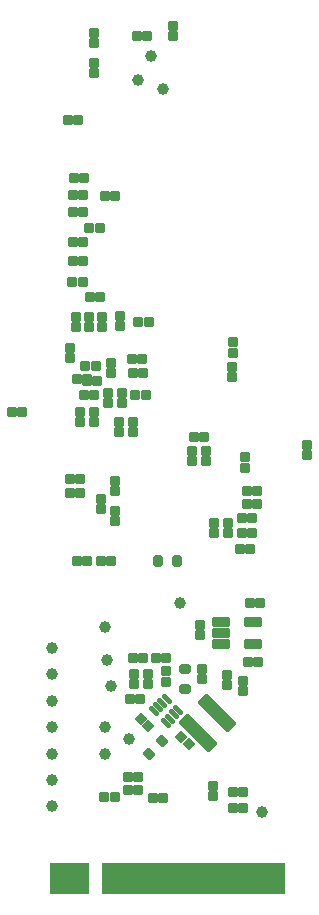
<source format=gbr>
%TF.GenerationSoftware,KiCad,Pcbnew,8.0.6*%
%TF.CreationDate,2024-11-23T18:19:37+01:00*%
%TF.ProjectId,M2SmartHome,4d32536d-6172-4744-986f-6d652e6b6963,rev?*%
%TF.SameCoordinates,Original*%
%TF.FileFunction,Soldermask,Bot*%
%TF.FilePolarity,Negative*%
%FSLAX46Y46*%
G04 Gerber Fmt 4.6, Leading zero omitted, Abs format (unit mm)*
G04 Created by KiCad (PCBNEW 8.0.6) date 2024-11-23 18:19:37*
%MOMM*%
%LPD*%
G01*
G04 APERTURE LIST*
G04 Aperture macros list*
%AMRoundRect*
0 Rectangle with rounded corners*
0 $1 Rounding radius*
0 $2 $3 $4 $5 $6 $7 $8 $9 X,Y pos of 4 corners*
0 Add a 4 corners polygon primitive as box body*
4,1,4,$2,$3,$4,$5,$6,$7,$8,$9,$2,$3,0*
0 Add four circle primitives for the rounded corners*
1,1,$1+$1,$2,$3*
1,1,$1+$1,$4,$5*
1,1,$1+$1,$6,$7*
1,1,$1+$1,$8,$9*
0 Add four rect primitives between the rounded corners*
20,1,$1+$1,$2,$3,$4,$5,0*
20,1,$1+$1,$4,$5,$6,$7,0*
20,1,$1+$1,$6,$7,$8,$9,0*
20,1,$1+$1,$8,$9,$2,$3,0*%
G04 Aperture macros list end*
%ADD10C,0.100000*%
%ADD11RoundRect,0.102000X0.300000X-0.280000X0.300000X0.280000X-0.300000X0.280000X-0.300000X-0.280000X0*%
%ADD12RoundRect,0.102000X-0.280000X-0.300000X0.280000X-0.300000X0.280000X0.300000X-0.280000X0.300000X0*%
%ADD13RoundRect,0.102000X-0.300000X0.280000X-0.300000X-0.280000X0.300000X-0.280000X0.300000X0.280000X0*%
%ADD14C,1.000000*%
%ADD15RoundRect,0.102000X0.280000X0.300000X-0.280000X0.300000X-0.280000X-0.300000X0.280000X-0.300000X0*%
%ADD16RoundRect,0.102000X0.410122X0.014142X0.014142X0.410122X-0.410122X-0.014142X-0.014142X-0.410122X0*%
%ADD17RoundRect,0.200000X0.053033X-0.335876X0.335876X-0.053033X-0.053033X0.335876X-0.335876X0.053033X0*%
%ADD18RoundRect,0.200000X-0.200000X-0.275000X0.200000X-0.275000X0.200000X0.275000X-0.200000X0.275000X0*%
%ADD19RoundRect,0.200000X0.275000X-0.200000X0.275000X0.200000X-0.275000X0.200000X-0.275000X-0.200000X0*%
%ADD20RoundRect,0.102000X0.855599X-1.548564X1.548564X-0.855599X-0.855599X1.548564X-1.548564X0.855599X0*%
%ADD21RoundRect,0.102000X-0.660400X-0.279400X0.660400X-0.279400X0.660400X0.279400X-0.660400X0.279400X0*%
%ADD22RoundRect,0.059250X-0.459973X0.208597X0.208597X-0.459973X0.459973X-0.208597X-0.208597X0.459973X0*%
G04 APERTURE END LIST*
D10*
%TO.C,J1*%
X85275000Y-166000000D02*
X82075000Y-166000000D01*
X82075000Y-163500000D01*
X85275000Y-163500000D01*
X85275000Y-166000000D01*
G36*
X85275000Y-166000000D02*
G01*
X82075000Y-166000000D01*
X82075000Y-163500000D01*
X85275000Y-163500000D01*
X85275000Y-166000000D01*
G37*
X101925000Y-166000000D02*
X86475000Y-166000000D01*
X86475000Y-163500000D01*
X101925000Y-163500000D01*
X101925000Y-166000000D01*
G36*
X101925000Y-166000000D02*
G01*
X86475000Y-166000000D01*
X86475000Y-163500000D01*
X101925000Y-163500000D01*
X101925000Y-166000000D01*
G37*
%TD*%
D11*
%TO.C,C16*%
X87600000Y-132034999D03*
X87600000Y-131165001D03*
%TD*%
D12*
%TO.C,R4*%
X89297500Y-123902500D03*
X90167500Y-123902500D03*
%TD*%
D11*
%TO.C,R46*%
X97100000Y-148442499D03*
X97100000Y-147572501D03*
%TD*%
D13*
%TO.C,C34*%
X95950000Y-134687500D03*
X95950000Y-135557500D03*
%TD*%
D11*
%TO.C,R19*%
X84300000Y-118137500D03*
X84300000Y-117267500D03*
%TD*%
D14*
%TO.C,TP17*%
X100000000Y-159207500D03*
%TD*%
D15*
%TO.C,C15*%
X87234999Y-137900000D03*
X86365001Y-137900000D03*
%TD*%
D11*
%TO.C,C35*%
X103800000Y-128942500D03*
X103800000Y-128072500D03*
%TD*%
D12*
%TO.C,C61*%
X88665001Y-157300000D03*
X89534999Y-157300000D03*
%TD*%
D15*
%TO.C,R38*%
X84434999Y-100607500D03*
X83565001Y-100607500D03*
%TD*%
D16*
%TO.C,C70*%
X93807591Y-153415091D03*
X93192409Y-152799909D03*
%TD*%
D14*
%TO.C,TP3*%
X82250000Y-156507500D03*
%TD*%
D17*
%TO.C,FB3*%
X90416637Y-154290863D03*
X91583363Y-153124137D03*
%TD*%
D11*
%TO.C,R65*%
X89200000Y-148342499D03*
X89200000Y-147472501D03*
%TD*%
%TO.C,R34*%
X98600000Y-130017499D03*
X98600000Y-129147501D03*
%TD*%
%TO.C,C27*%
X94100000Y-129442499D03*
X94100000Y-128572501D03*
%TD*%
D18*
%TO.C,FB1*%
X91175000Y-137907500D03*
X92825000Y-137907500D03*
%TD*%
D15*
%TO.C,R32*%
X84884999Y-108357500D03*
X84015001Y-108357500D03*
%TD*%
D13*
%TO.C,C17*%
X86967500Y-123667500D03*
X86967500Y-124537500D03*
%TD*%
D15*
%TO.C,R24*%
X84934999Y-105507500D03*
X84065001Y-105507500D03*
%TD*%
D12*
%TO.C,R72*%
X98165001Y-136907500D03*
X99034999Y-136907500D03*
%TD*%
D11*
%TO.C,C74*%
X90400000Y-148342500D03*
X90400000Y-147472502D03*
%TD*%
D14*
%TO.C,TP10*%
X86750000Y-143507500D03*
%TD*%
D19*
%TO.C,FB2*%
X93500000Y-148732500D03*
X93500000Y-147082500D03*
%TD*%
D14*
%TO.C,TP15*%
X88800000Y-153007500D03*
%TD*%
D15*
%TO.C,C7*%
X86035000Y-122707500D03*
X85165000Y-122707500D03*
%TD*%
D12*
%TO.C,R66*%
X88831231Y-149580294D03*
X89701229Y-149580294D03*
%TD*%
D15*
%TO.C,C22*%
X83765001Y-131000000D03*
X84634999Y-131000000D03*
%TD*%
D13*
%TO.C,R55*%
X94800000Y-143347501D03*
X94800000Y-144217499D03*
%TD*%
D20*
%TO.C,L5*%
X94562078Y-152445422D03*
X96237922Y-150769578D03*
%TD*%
D15*
%TO.C,R52*%
X91935000Y-146107500D03*
X91065000Y-146107500D03*
%TD*%
D11*
%TO.C,R42*%
X85800000Y-94107500D03*
X85800000Y-93237500D03*
%TD*%
D12*
%TO.C,C14*%
X89032500Y-120802500D03*
X89902500Y-120802500D03*
%TD*%
D11*
%TO.C,R17*%
X85400000Y-118137500D03*
X85400000Y-117267500D03*
%TD*%
D14*
%TO.C,TP20*%
X89550000Y-97157500D03*
%TD*%
D15*
%TO.C,C39*%
X86284999Y-109707500D03*
X85415001Y-109707500D03*
%TD*%
D14*
%TO.C,TP19*%
X90600000Y-95157500D03*
%TD*%
D11*
%TO.C,C19*%
X86400000Y-133534999D03*
X86400000Y-132665001D03*
%TD*%
%TO.C,R11*%
X88000000Y-118042500D03*
X88000000Y-117172500D03*
%TD*%
%TO.C,R13*%
X89100000Y-127042499D03*
X89100000Y-126172501D03*
%TD*%
D15*
%TO.C,R21*%
X84884999Y-112557500D03*
X84015001Y-112557500D03*
%TD*%
%TO.C,C6*%
X85234999Y-122507500D03*
X84365001Y-122507500D03*
%TD*%
D12*
%TO.C,C30*%
X98715001Y-133132500D03*
X99584999Y-133132500D03*
%TD*%
D14*
%TO.C,TP8*%
X82250000Y-145257500D03*
%TD*%
D13*
%TO.C,C69*%
X91900000Y-147272501D03*
X91900000Y-148142499D03*
%TD*%
D11*
%TO.C,R43*%
X85800000Y-96607500D03*
X85800000Y-95737500D03*
%TD*%
%TO.C,C12*%
X85760000Y-126162500D03*
X85760000Y-125292500D03*
%TD*%
D14*
%TO.C,TP11*%
X87200000Y-148500000D03*
%TD*%
%TO.C,TP6*%
X93100000Y-141507500D03*
%TD*%
D15*
%TO.C,R56*%
X99684999Y-146482500D03*
X98815001Y-146482500D03*
%TD*%
D13*
%TO.C,C72*%
X95900000Y-156972501D03*
X95900000Y-157842499D03*
%TD*%
D15*
%TO.C,R25*%
X84884999Y-106907500D03*
X84015001Y-106907500D03*
%TD*%
%TO.C,R54*%
X97565001Y-157500000D03*
X98434999Y-157500000D03*
%TD*%
D14*
%TO.C,TP9*%
X86900000Y-146300000D03*
%TD*%
D13*
%TO.C,C18*%
X87550000Y-133652500D03*
X87550000Y-134522500D03*
%TD*%
D12*
%TO.C,C26*%
X98315000Y-135522500D03*
X99185000Y-135522500D03*
%TD*%
D15*
%TO.C,C13*%
X85835000Y-123907500D03*
X84965000Y-123907500D03*
%TD*%
D12*
%TO.C,C73*%
X90765001Y-158000000D03*
X91634999Y-158000000D03*
%TD*%
D14*
%TO.C,TP13*%
X86750000Y-152007500D03*
%TD*%
D11*
%TO.C,C8*%
X87267500Y-122037500D03*
X87267500Y-121167500D03*
%TD*%
D12*
%TO.C,C62*%
X88665001Y-156200000D03*
X89534999Y-156200000D03*
%TD*%
%TO.C,C40*%
X89415001Y-93507500D03*
X90284999Y-93507500D03*
%TD*%
D15*
%TO.C,R22*%
X84834999Y-114307500D03*
X83965001Y-114307500D03*
%TD*%
D14*
%TO.C,TP16*%
X86750000Y-154257500D03*
%TD*%
%TO.C,TP7*%
X82250000Y-152007500D03*
%TD*%
D13*
%TO.C,R45*%
X98400000Y-148072501D03*
X98400000Y-148942499D03*
%TD*%
D11*
%TO.C,R29*%
X92450000Y-93492499D03*
X92450000Y-92622501D03*
%TD*%
D15*
%TO.C,R37*%
X99185000Y-134322500D03*
X98315000Y-134322500D03*
%TD*%
%TO.C,C48*%
X87534999Y-157900000D03*
X86665001Y-157900000D03*
%TD*%
%TO.C,C23*%
X85234999Y-137900000D03*
X84365001Y-137900000D03*
%TD*%
D12*
%TO.C,R71*%
X85465001Y-115607500D03*
X86334999Y-115607500D03*
%TD*%
%TO.C,R20*%
X85065001Y-121407500D03*
X85934999Y-121407500D03*
%TD*%
D14*
%TO.C,TP21*%
X91652500Y-97962500D03*
%TD*%
D15*
%TO.C,C38*%
X87584999Y-107057500D03*
X86715001Y-107057500D03*
%TD*%
D12*
%TO.C,R47*%
X89065000Y-146107500D03*
X89935000Y-146107500D03*
%TD*%
%TO.C,C29*%
X98715001Y-132007500D03*
X99584999Y-132007500D03*
%TD*%
D11*
%TO.C,C28*%
X95300000Y-129442499D03*
X95300000Y-128572501D03*
%TD*%
D21*
%TO.C,U10*%
X96528400Y-144947300D03*
X96528400Y-144007500D03*
X96528400Y-143067700D03*
X99271600Y-143067700D03*
X99271600Y-144947300D03*
%TD*%
D11*
%TO.C,C71*%
X94900000Y-147942499D03*
X94900000Y-147072501D03*
%TD*%
D12*
%TO.C,C9*%
X89097500Y-122002500D03*
X89967500Y-122002500D03*
%TD*%
D15*
%TO.C,R33*%
X84884999Y-110907500D03*
X84015001Y-110907500D03*
%TD*%
D22*
%TO.C,U11*%
X90885302Y-150653462D03*
X91238855Y-150299909D03*
X91592409Y-149946355D03*
X91945962Y-149592802D03*
X92914698Y-150561538D03*
X92561145Y-150915091D03*
X92207591Y-151268645D03*
X91854038Y-151622198D03*
%TD*%
D12*
%TO.C,R15*%
X78865001Y-125307500D03*
X79734999Y-125307500D03*
%TD*%
D13*
%TO.C,R5*%
X97550000Y-119422501D03*
X97550000Y-120292499D03*
%TD*%
D12*
%TO.C,R12*%
X89565001Y-117707500D03*
X90434999Y-117707500D03*
%TD*%
D13*
%TO.C,R6*%
X97500000Y-121472501D03*
X97500000Y-122342499D03*
%TD*%
D12*
%TO.C,C47*%
X98990001Y-141457500D03*
X99859999Y-141457500D03*
%TD*%
D13*
%TO.C,C11*%
X88167500Y-123667500D03*
X88167500Y-124537500D03*
%TD*%
%TO.C,C32*%
X97150000Y-134687500D03*
X97150000Y-135557500D03*
%TD*%
D14*
%TO.C,TP14*%
X82250000Y-149757500D03*
%TD*%
D12*
%TO.C,C36*%
X94265001Y-127407500D03*
X95134999Y-127407500D03*
%TD*%
D14*
%TO.C,TP12*%
X82250000Y-147507500D03*
%TD*%
D15*
%TO.C,R53*%
X98434999Y-158800000D03*
X97565001Y-158800000D03*
%TD*%
%TO.C,C21*%
X84634999Y-132200000D03*
X83765001Y-132200000D03*
%TD*%
D14*
%TO.C,TP1*%
X82200000Y-158707500D03*
%TD*%
D16*
%TO.C,R39*%
X90407591Y-151915091D03*
X89792409Y-151299909D03*
%TD*%
D11*
%TO.C,R14*%
X87900000Y-127042499D03*
X87900000Y-126172501D03*
%TD*%
%TO.C,R16*%
X83800000Y-120742499D03*
X83800000Y-119872501D03*
%TD*%
D13*
%TO.C,R2*%
X84600000Y-125292500D03*
X84600000Y-126162500D03*
%TD*%
D14*
%TO.C,TP2*%
X82250000Y-154257500D03*
%TD*%
D11*
%TO.C,R18*%
X86500000Y-118142500D03*
X86500000Y-117272500D03*
%TD*%
M02*

</source>
